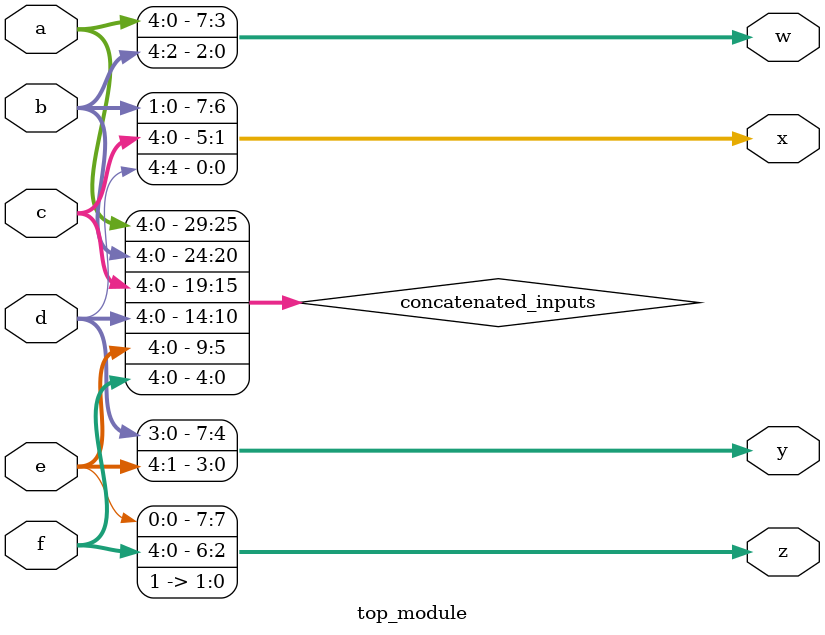
<source format=sv>
module top_module (
	input [4:0] a,
	input [4:0] b,
	input [4:0] c,
	input [4:0] d,
	input [4:0] e,
	input [4:0] f,
	output [7:0] w,
	output [7:0] x,
	output [7:0] y,
	output [7:0] z
); 

	// Concatenate the input vectors
	wire [29:0] concatenated_inputs = {a, b, c, d, e, f};

	// Split the concatenated inputs into output vectors
	assign {w, x, y, z} = {concatenated_inputs, 2'b11};
	
endmodule

</source>
